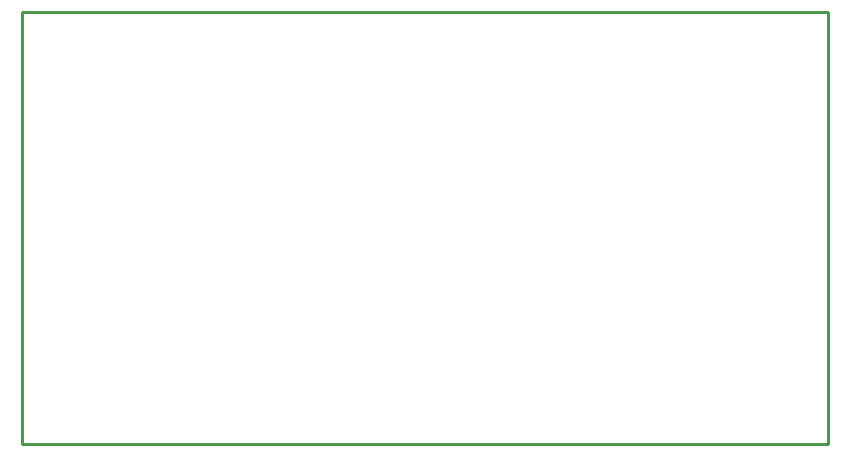
<source format=gbr>
G04 EAGLE Gerber X2 export*
%TF.Part,Single*%
%TF.FileFunction,Profile,NP*%
%TF.FilePolarity,Positive*%
%TF.GenerationSoftware,Autodesk,EAGLE,8.6.3*%
%TF.CreationDate,2019-05-08T23:32:03Z*%
G75*
%MOMM*%
%FSLAX34Y34*%
%LPD*%
%AMOC8*
5,1,8,0,0,1.08239X$1,22.5*%
G01*
%ADD10C,0.254000*%


D10*
X0Y-86360D02*
X682500Y-86360D01*
X682500Y279300D01*
X0Y279300D01*
X0Y-86360D01*
M02*

</source>
